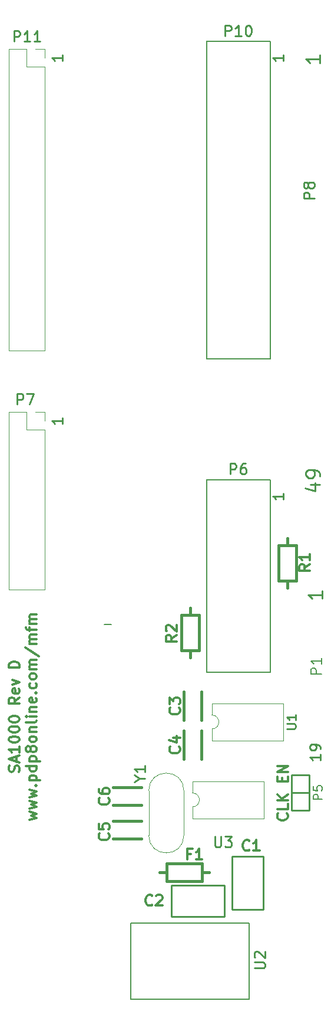
<source format=gto>
G04 #@! TF.FileFunction,Legend,Top*
%FSLAX46Y46*%
G04 Gerber Fmt 4.6, Leading zero omitted, Abs format (unit mm)*
G04 Created by KiCad (PCBNEW (after 2015-mar-04 BZR unknown)-product) date Sat 02 Oct 2021 11:04:02 EDT*
%MOMM*%
G01*
G04 APERTURE LIST*
%ADD10C,0.020000*%
%ADD11C,0.200000*%
%ADD12C,0.300000*%
%ADD13C,0.254000*%
%ADD14C,0.304800*%
%ADD15C,0.248920*%
%ADD16C,0.381000*%
%ADD17C,0.120000*%
%ADD18C,0.152400*%
%ADD19C,0.203200*%
G04 APERTURE END LIST*
D10*
D11*
X88646000Y-111760000D02*
X89662000Y-111760000D01*
D12*
X76362057Y-132878287D02*
X76434629Y-132660573D01*
X76434629Y-132297716D01*
X76362057Y-132152573D01*
X76289486Y-132080002D01*
X76144343Y-132007430D01*
X75999200Y-132007430D01*
X75854057Y-132080002D01*
X75781486Y-132152573D01*
X75708914Y-132297716D01*
X75636343Y-132588002D01*
X75563771Y-132733144D01*
X75491200Y-132805716D01*
X75346057Y-132878287D01*
X75200914Y-132878287D01*
X75055771Y-132805716D01*
X74983200Y-132733144D01*
X74910629Y-132588002D01*
X74910629Y-132225144D01*
X74983200Y-132007430D01*
X75999200Y-131426858D02*
X75999200Y-130701144D01*
X76434629Y-131572001D02*
X74910629Y-131064001D01*
X76434629Y-130556001D01*
X76434629Y-129249715D02*
X76434629Y-130120572D01*
X76434629Y-129685144D02*
X74910629Y-129685144D01*
X75128343Y-129830287D01*
X75273486Y-129975429D01*
X75346057Y-130120572D01*
X74910629Y-128306286D02*
X74910629Y-128161143D01*
X74983200Y-128016000D01*
X75055771Y-127943429D01*
X75200914Y-127870858D01*
X75491200Y-127798286D01*
X75854057Y-127798286D01*
X76144343Y-127870858D01*
X76289486Y-127943429D01*
X76362057Y-128016000D01*
X76434629Y-128161143D01*
X76434629Y-128306286D01*
X76362057Y-128451429D01*
X76289486Y-128524000D01*
X76144343Y-128596572D01*
X75854057Y-128669143D01*
X75491200Y-128669143D01*
X75200914Y-128596572D01*
X75055771Y-128524000D01*
X74983200Y-128451429D01*
X74910629Y-128306286D01*
X74910629Y-126854857D02*
X74910629Y-126709714D01*
X74983200Y-126564571D01*
X75055771Y-126492000D01*
X75200914Y-126419429D01*
X75491200Y-126346857D01*
X75854057Y-126346857D01*
X76144343Y-126419429D01*
X76289486Y-126492000D01*
X76362057Y-126564571D01*
X76434629Y-126709714D01*
X76434629Y-126854857D01*
X76362057Y-127000000D01*
X76289486Y-127072571D01*
X76144343Y-127145143D01*
X75854057Y-127217714D01*
X75491200Y-127217714D01*
X75200914Y-127145143D01*
X75055771Y-127072571D01*
X74983200Y-127000000D01*
X74910629Y-126854857D01*
X74910629Y-125403428D02*
X74910629Y-125258285D01*
X74983200Y-125113142D01*
X75055771Y-125040571D01*
X75200914Y-124968000D01*
X75491200Y-124895428D01*
X75854057Y-124895428D01*
X76144343Y-124968000D01*
X76289486Y-125040571D01*
X76362057Y-125113142D01*
X76434629Y-125258285D01*
X76434629Y-125403428D01*
X76362057Y-125548571D01*
X76289486Y-125621142D01*
X76144343Y-125693714D01*
X75854057Y-125766285D01*
X75491200Y-125766285D01*
X75200914Y-125693714D01*
X75055771Y-125621142D01*
X74983200Y-125548571D01*
X74910629Y-125403428D01*
X76434629Y-122210285D02*
X75708914Y-122718285D01*
X76434629Y-123081142D02*
X74910629Y-123081142D01*
X74910629Y-122500570D01*
X74983200Y-122355428D01*
X75055771Y-122282856D01*
X75200914Y-122210285D01*
X75418629Y-122210285D01*
X75563771Y-122282856D01*
X75636343Y-122355428D01*
X75708914Y-122500570D01*
X75708914Y-123081142D01*
X76362057Y-120976570D02*
X76434629Y-121121713D01*
X76434629Y-121411999D01*
X76362057Y-121557142D01*
X76216914Y-121629713D01*
X75636343Y-121629713D01*
X75491200Y-121557142D01*
X75418629Y-121411999D01*
X75418629Y-121121713D01*
X75491200Y-120976570D01*
X75636343Y-120903999D01*
X75781486Y-120903999D01*
X75926629Y-121629713D01*
X75418629Y-120395999D02*
X76434629Y-120033142D01*
X75418629Y-119670284D01*
X76434629Y-117928570D02*
X74910629Y-117928570D01*
X74910629Y-117565713D01*
X74983200Y-117347998D01*
X75128343Y-117202856D01*
X75273486Y-117130284D01*
X75563771Y-117057713D01*
X75781486Y-117057713D01*
X76071771Y-117130284D01*
X76216914Y-117202856D01*
X76362057Y-117347998D01*
X76434629Y-117565713D01*
X76434629Y-117928570D01*
X77852229Y-139772570D02*
X78868229Y-139482284D01*
X78142514Y-139191998D01*
X78868229Y-138901713D01*
X77852229Y-138611427D01*
X77852229Y-138175999D02*
X78868229Y-137885713D01*
X78142514Y-137595427D01*
X78868229Y-137305142D01*
X77852229Y-137014856D01*
X77852229Y-136579428D02*
X78868229Y-136289142D01*
X78142514Y-135998856D01*
X78868229Y-135708571D01*
X77852229Y-135418285D01*
X78723086Y-134837714D02*
X78795657Y-134765142D01*
X78868229Y-134837714D01*
X78795657Y-134910285D01*
X78723086Y-134837714D01*
X78868229Y-134837714D01*
X77852229Y-134112000D02*
X79376229Y-134112000D01*
X77924800Y-134112000D02*
X77852229Y-133966857D01*
X77852229Y-133676571D01*
X77924800Y-133531428D01*
X77997371Y-133458857D01*
X78142514Y-133386286D01*
X78577943Y-133386286D01*
X78723086Y-133458857D01*
X78795657Y-133531428D01*
X78868229Y-133676571D01*
X78868229Y-133966857D01*
X78795657Y-134112000D01*
X78868229Y-132080000D02*
X77344229Y-132080000D01*
X78795657Y-132080000D02*
X78868229Y-132225143D01*
X78868229Y-132515429D01*
X78795657Y-132660571D01*
X78723086Y-132733143D01*
X78577943Y-132805714D01*
X78142514Y-132805714D01*
X77997371Y-132733143D01*
X77924800Y-132660571D01*
X77852229Y-132515429D01*
X77852229Y-132225143D01*
X77924800Y-132080000D01*
X77852229Y-131354286D02*
X79376229Y-131354286D01*
X77924800Y-131354286D02*
X77852229Y-131209143D01*
X77852229Y-130918857D01*
X77924800Y-130773714D01*
X77997371Y-130701143D01*
X78142514Y-130628572D01*
X78577943Y-130628572D01*
X78723086Y-130701143D01*
X78795657Y-130773714D01*
X78868229Y-130918857D01*
X78868229Y-131209143D01*
X78795657Y-131354286D01*
X77997371Y-129757715D02*
X77924800Y-129902857D01*
X77852229Y-129975429D01*
X77707086Y-130048000D01*
X77634514Y-130048000D01*
X77489371Y-129975429D01*
X77416800Y-129902857D01*
X77344229Y-129757715D01*
X77344229Y-129467429D01*
X77416800Y-129322286D01*
X77489371Y-129249715D01*
X77634514Y-129177143D01*
X77707086Y-129177143D01*
X77852229Y-129249715D01*
X77924800Y-129322286D01*
X77997371Y-129467429D01*
X77997371Y-129757715D01*
X78069943Y-129902857D01*
X78142514Y-129975429D01*
X78287657Y-130048000D01*
X78577943Y-130048000D01*
X78723086Y-129975429D01*
X78795657Y-129902857D01*
X78868229Y-129757715D01*
X78868229Y-129467429D01*
X78795657Y-129322286D01*
X78723086Y-129249715D01*
X78577943Y-129177143D01*
X78287657Y-129177143D01*
X78142514Y-129249715D01*
X78069943Y-129322286D01*
X77997371Y-129467429D01*
X78868229Y-128306286D02*
X78795657Y-128451428D01*
X78723086Y-128524000D01*
X78577943Y-128596571D01*
X78142514Y-128596571D01*
X77997371Y-128524000D01*
X77924800Y-128451428D01*
X77852229Y-128306286D01*
X77852229Y-128088571D01*
X77924800Y-127943428D01*
X77997371Y-127870857D01*
X78142514Y-127798286D01*
X78577943Y-127798286D01*
X78723086Y-127870857D01*
X78795657Y-127943428D01*
X78868229Y-128088571D01*
X78868229Y-128306286D01*
X77852229Y-127145143D02*
X78868229Y-127145143D01*
X77997371Y-127145143D02*
X77924800Y-127072571D01*
X77852229Y-126927429D01*
X77852229Y-126709714D01*
X77924800Y-126564571D01*
X78069943Y-126492000D01*
X78868229Y-126492000D01*
X78868229Y-125548572D02*
X78795657Y-125693714D01*
X78650514Y-125766286D01*
X77344229Y-125766286D01*
X78868229Y-124968000D02*
X77852229Y-124968000D01*
X77344229Y-124968000D02*
X77416800Y-125040571D01*
X77489371Y-124968000D01*
X77416800Y-124895428D01*
X77344229Y-124968000D01*
X77489371Y-124968000D01*
X77852229Y-124242286D02*
X78868229Y-124242286D01*
X77997371Y-124242286D02*
X77924800Y-124169714D01*
X77852229Y-124024572D01*
X77852229Y-123806857D01*
X77924800Y-123661714D01*
X78069943Y-123589143D01*
X78868229Y-123589143D01*
X78795657Y-122282857D02*
X78868229Y-122428000D01*
X78868229Y-122718286D01*
X78795657Y-122863429D01*
X78650514Y-122936000D01*
X78069943Y-122936000D01*
X77924800Y-122863429D01*
X77852229Y-122718286D01*
X77852229Y-122428000D01*
X77924800Y-122282857D01*
X78069943Y-122210286D01*
X78215086Y-122210286D01*
X78360229Y-122936000D01*
X78723086Y-121557143D02*
X78795657Y-121484571D01*
X78868229Y-121557143D01*
X78795657Y-121629714D01*
X78723086Y-121557143D01*
X78868229Y-121557143D01*
X78795657Y-120178286D02*
X78868229Y-120323429D01*
X78868229Y-120613715D01*
X78795657Y-120758857D01*
X78723086Y-120831429D01*
X78577943Y-120904000D01*
X78142514Y-120904000D01*
X77997371Y-120831429D01*
X77924800Y-120758857D01*
X77852229Y-120613715D01*
X77852229Y-120323429D01*
X77924800Y-120178286D01*
X78868229Y-119307429D02*
X78795657Y-119452571D01*
X78723086Y-119525143D01*
X78577943Y-119597714D01*
X78142514Y-119597714D01*
X77997371Y-119525143D01*
X77924800Y-119452571D01*
X77852229Y-119307429D01*
X77852229Y-119089714D01*
X77924800Y-118944571D01*
X77997371Y-118872000D01*
X78142514Y-118799429D01*
X78577943Y-118799429D01*
X78723086Y-118872000D01*
X78795657Y-118944571D01*
X78868229Y-119089714D01*
X78868229Y-119307429D01*
X78868229Y-118146286D02*
X77852229Y-118146286D01*
X77997371Y-118146286D02*
X77924800Y-118073714D01*
X77852229Y-117928572D01*
X77852229Y-117710857D01*
X77924800Y-117565714D01*
X78069943Y-117493143D01*
X78868229Y-117493143D01*
X78069943Y-117493143D02*
X77924800Y-117420572D01*
X77852229Y-117275429D01*
X77852229Y-117057714D01*
X77924800Y-116912572D01*
X78069943Y-116840000D01*
X78868229Y-116840000D01*
X77271657Y-115025714D02*
X79231086Y-116332000D01*
X78868229Y-114517715D02*
X77852229Y-114517715D01*
X77997371Y-114517715D02*
X77924800Y-114445143D01*
X77852229Y-114300001D01*
X77852229Y-114082286D01*
X77924800Y-113937143D01*
X78069943Y-113864572D01*
X78868229Y-113864572D01*
X78069943Y-113864572D02*
X77924800Y-113792001D01*
X77852229Y-113646858D01*
X77852229Y-113429143D01*
X77924800Y-113284001D01*
X78069943Y-113211429D01*
X78868229Y-113211429D01*
X77852229Y-112703429D02*
X77852229Y-112122858D01*
X78868229Y-112485715D02*
X77561943Y-112485715D01*
X77416800Y-112413143D01*
X77344229Y-112268001D01*
X77344229Y-112122858D01*
X78868229Y-111614858D02*
X77852229Y-111614858D01*
X77997371Y-111614858D02*
X77924800Y-111542286D01*
X77852229Y-111397144D01*
X77852229Y-111179429D01*
X77924800Y-111034286D01*
X78069943Y-110961715D01*
X78868229Y-110961715D01*
X78069943Y-110961715D02*
X77924800Y-110889144D01*
X77852229Y-110744001D01*
X77852229Y-110526286D01*
X77924800Y-110381144D01*
X78069943Y-110308572D01*
X78868229Y-110308572D01*
D13*
X82604429Y-82114571D02*
X82604429Y-82985428D01*
X82604429Y-82550000D02*
X81080429Y-82550000D01*
X81298143Y-82695143D01*
X81443286Y-82840285D01*
X81515857Y-82985428D01*
X82604429Y-30044571D02*
X82604429Y-30915428D01*
X82604429Y-30480000D02*
X81080429Y-30480000D01*
X81298143Y-30625143D01*
X81443286Y-30770285D01*
X81515857Y-30915428D01*
X114354429Y-30044571D02*
X114354429Y-30915428D01*
X114354429Y-30480000D02*
X112830429Y-30480000D01*
X113048143Y-30625143D01*
X113193286Y-30770285D01*
X113265857Y-30915428D01*
X114354429Y-92909571D02*
X114354429Y-93780428D01*
X114354429Y-93345000D02*
X112830429Y-93345000D01*
X113048143Y-93490143D01*
X113193286Y-93635285D01*
X113265857Y-93780428D01*
D14*
X114844286Y-138865428D02*
X114916857Y-138937999D01*
X114989429Y-139155713D01*
X114989429Y-139300856D01*
X114916857Y-139518571D01*
X114771714Y-139663713D01*
X114626571Y-139736285D01*
X114336286Y-139808856D01*
X114118571Y-139808856D01*
X113828286Y-139736285D01*
X113683143Y-139663713D01*
X113538000Y-139518571D01*
X113465429Y-139300856D01*
X113465429Y-139155713D01*
X113538000Y-138937999D01*
X113610571Y-138865428D01*
X114989429Y-137486571D02*
X114989429Y-138212285D01*
X113465429Y-138212285D01*
X114989429Y-136978571D02*
X113465429Y-136978571D01*
X114989429Y-136107714D02*
X114118571Y-136760857D01*
X113465429Y-136107714D02*
X114336286Y-136978571D01*
X114191143Y-134293428D02*
X114191143Y-133785428D01*
X114989429Y-133567714D02*
X114989429Y-134293428D01*
X113465429Y-134293428D01*
X113465429Y-133567714D01*
X114989429Y-132914571D02*
X113465429Y-132914571D01*
X114989429Y-132043714D01*
X113465429Y-132043714D01*
D15*
X105918000Y-153619200D02*
X105918000Y-149148800D01*
X98298000Y-153619200D02*
X98298000Y-149148800D01*
D13*
X98298000Y-149148800D02*
X105918000Y-149148800D01*
X105918000Y-153619200D02*
X98298000Y-153619200D01*
D15*
X111455200Y-145034000D02*
X106984800Y-145034000D01*
X111455200Y-152654000D02*
X106984800Y-152654000D01*
D13*
X106984800Y-152654000D02*
X106984800Y-145034000D01*
X111455200Y-145034000D02*
X111455200Y-152654000D01*
D16*
X100076000Y-121412000D02*
X100076000Y-125476000D01*
X102616000Y-125476000D02*
X102616000Y-121412000D01*
D17*
X80070000Y-106740000D02*
X74870000Y-106740000D01*
X80070000Y-83820000D02*
X80070000Y-106740000D01*
X74870000Y-81220000D02*
X74870000Y-106740000D01*
X80070000Y-83820000D02*
X77470000Y-83820000D01*
X77470000Y-83820000D02*
X77470000Y-81220000D01*
X77470000Y-81220000D02*
X74870000Y-81220000D01*
X80070000Y-82550000D02*
X80070000Y-81220000D01*
X80070000Y-81220000D02*
X78740000Y-81220000D01*
X80070000Y-72450000D02*
X74870000Y-72450000D01*
X80070000Y-31750000D02*
X80070000Y-72450000D01*
X74870000Y-29150000D02*
X74870000Y-72450000D01*
X80070000Y-31750000D02*
X77470000Y-31750000D01*
X77470000Y-31750000D02*
X77470000Y-29150000D01*
X77470000Y-29150000D02*
X74870000Y-29150000D01*
X80070000Y-30480000D02*
X80070000Y-29150000D01*
X80070000Y-29150000D02*
X78740000Y-29150000D01*
X104080000Y-124730000D02*
G75*
G02X104080000Y-126730000I0J-1000000D01*
G01*
X104080000Y-126730000D02*
X104080000Y-128380000D01*
X104080000Y-128380000D02*
X114360000Y-128380000D01*
X114360000Y-128380000D02*
X114360000Y-123080000D01*
X114360000Y-123080000D02*
X104080000Y-123080000D01*
X104080000Y-123080000D02*
X104080000Y-124730000D01*
D16*
X114935000Y-100408740D02*
X114935000Y-99392740D01*
X114935000Y-105488740D02*
X114935000Y-106504740D01*
X116205000Y-100408740D02*
X116205000Y-105488740D01*
X116205000Y-105488740D02*
X113665000Y-105488740D01*
X113665000Y-105488740D02*
X113665000Y-100408740D01*
X113665000Y-100408740D02*
X116205000Y-100408740D01*
X100965000Y-115491260D02*
X100965000Y-116507260D01*
X100965000Y-110411260D02*
X100965000Y-109395260D01*
X99695000Y-115491260D02*
X99695000Y-110411260D01*
X99695000Y-110411260D02*
X102235000Y-110411260D01*
X102235000Y-110411260D02*
X102235000Y-115491260D01*
X102235000Y-115491260D02*
X99695000Y-115491260D01*
X97614740Y-147320000D02*
X96598740Y-147320000D01*
X102694740Y-147320000D02*
X103710740Y-147320000D01*
X97614740Y-146050000D02*
X102694740Y-146050000D01*
X102694740Y-146050000D02*
X102694740Y-148590000D01*
X102694740Y-148590000D02*
X97614740Y-148590000D01*
X97614740Y-148590000D02*
X97614740Y-146050000D01*
X102616000Y-131064000D02*
X102616000Y-127000000D01*
X100076000Y-127000000D02*
X100076000Y-131064000D01*
X93980000Y-139954000D02*
X89916000Y-139954000D01*
X89916000Y-142494000D02*
X93980000Y-142494000D01*
X93980000Y-135128000D02*
X89916000Y-135128000D01*
X89916000Y-137668000D02*
X93980000Y-137668000D01*
D17*
X101286000Y-135906000D02*
G75*
G02X101286000Y-137906000I0J-1000000D01*
G01*
X101286000Y-137906000D02*
X101286000Y-139556000D01*
X101286000Y-139556000D02*
X111566000Y-139556000D01*
X111566000Y-139556000D02*
X111566000Y-134256000D01*
X111566000Y-134256000D02*
X101286000Y-134256000D01*
X101286000Y-134256000D02*
X101286000Y-135906000D01*
D13*
X115570000Y-135890000D02*
X118110000Y-135890000D01*
X115570000Y-138430000D02*
X118110000Y-138430000D01*
X118110000Y-138430000D02*
X118110000Y-135890000D01*
X118110000Y-135890000D02*
X118110000Y-133350000D01*
X118110000Y-133350000D02*
X115570000Y-133350000D01*
X115570000Y-133350000D02*
X115570000Y-138430000D01*
D18*
X111912400Y-90957400D02*
X112522000Y-90957400D01*
X112522000Y-90957400D02*
X112522000Y-91109800D01*
X104546400Y-90957400D02*
X103428800Y-90957400D01*
X103327200Y-118592600D02*
X104394000Y-118592600D01*
X112166400Y-118592600D02*
X112471200Y-118592600D01*
X112471200Y-118592600D02*
X112471200Y-118541800D01*
X112522000Y-91109800D02*
X112522000Y-118592600D01*
X103378000Y-118592600D02*
X103378000Y-90906600D01*
X112166400Y-118592600D02*
X104394000Y-118592600D01*
X111963200Y-90957400D02*
X104546400Y-90957400D01*
X104546400Y-90957400D02*
X104597200Y-90957400D01*
X111912400Y-28092400D02*
X112522000Y-28092400D01*
X112522000Y-28092400D02*
X112522000Y-28244800D01*
X104546400Y-28092400D02*
X103428800Y-28092400D01*
X103378000Y-73609200D02*
X104444800Y-73609200D01*
X112217200Y-73609200D02*
X112522000Y-73609200D01*
X112522000Y-73609200D02*
X112522000Y-73558400D01*
X112522000Y-28244800D02*
X112522000Y-73609200D01*
X103378000Y-73609200D02*
X103378000Y-28041600D01*
X112217200Y-73609200D02*
X104444800Y-73609200D01*
X111963200Y-28092400D02*
X104546400Y-28092400D01*
X104546400Y-28092400D02*
X104597200Y-28092400D01*
X92456000Y-165481000D02*
X93726000Y-165481000D01*
X92456000Y-154559000D02*
X93726000Y-154559000D01*
X109474000Y-154559000D02*
X109474000Y-165481000D01*
X109474000Y-165481000D02*
X93726000Y-165481000D01*
X92456000Y-165481000D02*
X92456000Y-154559000D01*
X93726000Y-154559000D02*
X109474000Y-154559000D01*
D17*
X95011000Y-141984000D02*
X95011000Y-135584000D01*
X100061000Y-141984000D02*
X100061000Y-135584000D01*
X100061000Y-141984000D02*
G75*
G02X95011000Y-141984000I-2525000J0D01*
G01*
X100061000Y-135584000D02*
G75*
G03X95011000Y-135584000I-2525000J0D01*
G01*
D19*
X119815429Y-118878857D02*
X118291429Y-118878857D01*
X118291429Y-118298285D01*
X118364000Y-118153143D01*
X118436571Y-118080571D01*
X118581714Y-118008000D01*
X118799429Y-118008000D01*
X118944571Y-118080571D01*
X119017143Y-118153143D01*
X119089714Y-118298285D01*
X119089714Y-118878857D01*
X119815429Y-116556571D02*
X119815429Y-117427428D01*
X119815429Y-116992000D02*
X118291429Y-116992000D01*
X118509143Y-117137143D01*
X118654286Y-117282285D01*
X118726857Y-117427428D01*
D13*
X119688429Y-130363286D02*
X119688429Y-131234143D01*
X119688429Y-130798715D02*
X118164429Y-130798715D01*
X118382143Y-130943858D01*
X118527286Y-131089000D01*
X118599857Y-131234143D01*
X119688429Y-129637571D02*
X119688429Y-129347286D01*
X119615857Y-129202143D01*
X119543286Y-129129571D01*
X119325571Y-128984429D01*
X119035286Y-128911857D01*
X118454714Y-128911857D01*
X118309571Y-128984429D01*
X118237000Y-129057000D01*
X118164429Y-129202143D01*
X118164429Y-129492429D01*
X118237000Y-129637571D01*
X118309571Y-129710143D01*
X118454714Y-129782714D01*
X118817571Y-129782714D01*
X118962714Y-129710143D01*
X119035286Y-129637571D01*
X119107857Y-129492429D01*
X119107857Y-129202143D01*
X119035286Y-129057000D01*
X118962714Y-128984429D01*
X118817571Y-128911857D01*
X119918238Y-106886429D02*
X119918238Y-108047571D01*
X119918238Y-107467000D02*
X117886238Y-107467000D01*
X118176524Y-107660524D01*
X118370048Y-107854048D01*
X118466810Y-108047571D01*
X118799429Y-50604057D02*
X117275429Y-50604057D01*
X117275429Y-50023485D01*
X117348000Y-49878343D01*
X117420571Y-49805771D01*
X117565714Y-49733200D01*
X117783429Y-49733200D01*
X117928571Y-49805771D01*
X118001143Y-49878343D01*
X118073714Y-50023485D01*
X118073714Y-50604057D01*
X117928571Y-48862343D02*
X117856000Y-49007485D01*
X117783429Y-49080057D01*
X117638286Y-49152628D01*
X117565714Y-49152628D01*
X117420571Y-49080057D01*
X117348000Y-49007485D01*
X117275429Y-48862343D01*
X117275429Y-48572057D01*
X117348000Y-48426914D01*
X117420571Y-48354343D01*
X117565714Y-48281771D01*
X117638286Y-48281771D01*
X117783429Y-48354343D01*
X117856000Y-48426914D01*
X117928571Y-48572057D01*
X117928571Y-48862343D01*
X118001143Y-49007485D01*
X118073714Y-49080057D01*
X118218857Y-49152628D01*
X118509143Y-49152628D01*
X118654286Y-49080057D01*
X118726857Y-49007485D01*
X118799429Y-48862343D01*
X118799429Y-48572057D01*
X118726857Y-48426914D01*
X118654286Y-48354343D01*
X118509143Y-48281771D01*
X118218857Y-48281771D01*
X118073714Y-48354343D01*
X118001143Y-48426914D01*
X117928571Y-48572057D01*
X118284171Y-91664971D02*
X119638838Y-91664971D01*
X117510076Y-92148781D02*
X118961505Y-92632590D01*
X118961505Y-91374686D01*
X119638838Y-90503829D02*
X119638838Y-90116781D01*
X119542076Y-89923257D01*
X119445314Y-89826495D01*
X119155029Y-89632971D01*
X118767981Y-89536210D01*
X117993886Y-89536210D01*
X117800362Y-89632971D01*
X117703600Y-89729733D01*
X117606838Y-89923257D01*
X117606838Y-90310305D01*
X117703600Y-90503829D01*
X117800362Y-90600590D01*
X117993886Y-90697352D01*
X118477695Y-90697352D01*
X118671219Y-90600590D01*
X118767981Y-90503829D01*
X118864743Y-90310305D01*
X118864743Y-89923257D01*
X118767981Y-89729733D01*
X118671219Y-89632971D01*
X118477695Y-89536210D01*
X119588038Y-30051829D02*
X119588038Y-31212971D01*
X119588038Y-30632400D02*
X117556038Y-30632400D01*
X117846324Y-30825924D01*
X118039848Y-31019448D01*
X118136610Y-31212971D01*
D14*
X109474000Y-144054286D02*
X109401429Y-144126857D01*
X109183715Y-144199429D01*
X109038572Y-144199429D01*
X108820857Y-144126857D01*
X108675715Y-143981714D01*
X108603143Y-143836571D01*
X108530572Y-143546286D01*
X108530572Y-143328571D01*
X108603143Y-143038286D01*
X108675715Y-142893143D01*
X108820857Y-142748000D01*
X109038572Y-142675429D01*
X109183715Y-142675429D01*
X109401429Y-142748000D01*
X109474000Y-142820571D01*
X110925429Y-144199429D02*
X110054572Y-144199429D01*
X110490000Y-144199429D02*
X110490000Y-142675429D01*
X110344857Y-142893143D01*
X110199715Y-143038286D01*
X110054572Y-143110857D01*
X95504000Y-151928286D02*
X95431429Y-152000857D01*
X95213715Y-152073429D01*
X95068572Y-152073429D01*
X94850857Y-152000857D01*
X94705715Y-151855714D01*
X94633143Y-151710571D01*
X94560572Y-151420286D01*
X94560572Y-151202571D01*
X94633143Y-150912286D01*
X94705715Y-150767143D01*
X94850857Y-150622000D01*
X95068572Y-150549429D01*
X95213715Y-150549429D01*
X95431429Y-150622000D01*
X95504000Y-150694571D01*
X96084572Y-150694571D02*
X96157143Y-150622000D01*
X96302286Y-150549429D01*
X96665143Y-150549429D01*
X96810286Y-150622000D01*
X96882857Y-150694571D01*
X96955429Y-150839714D01*
X96955429Y-150984857D01*
X96882857Y-151202571D01*
X96012000Y-152073429D01*
X96955429Y-152073429D01*
X99350286Y-123698000D02*
X99422857Y-123770571D01*
X99495429Y-123988285D01*
X99495429Y-124133428D01*
X99422857Y-124351143D01*
X99277714Y-124496285D01*
X99132571Y-124568857D01*
X98842286Y-124641428D01*
X98624571Y-124641428D01*
X98334286Y-124568857D01*
X98189143Y-124496285D01*
X98044000Y-124351143D01*
X97971429Y-124133428D01*
X97971429Y-123988285D01*
X98044000Y-123770571D01*
X98116571Y-123698000D01*
X97971429Y-123190000D02*
X97971429Y-122246571D01*
X98552000Y-122754571D01*
X98552000Y-122536857D01*
X98624571Y-122391714D01*
X98697143Y-122319143D01*
X98842286Y-122246571D01*
X99205143Y-122246571D01*
X99350286Y-122319143D01*
X99422857Y-122391714D01*
X99495429Y-122536857D01*
X99495429Y-122972285D01*
X99422857Y-123117428D01*
X99350286Y-123190000D01*
D13*
X76091143Y-80191429D02*
X76091143Y-78667429D01*
X76671715Y-78667429D01*
X76816857Y-78740000D01*
X76889429Y-78812571D01*
X76962000Y-78957714D01*
X76962000Y-79175429D01*
X76889429Y-79320571D01*
X76816857Y-79393143D01*
X76671715Y-79465714D01*
X76091143Y-79465714D01*
X77470000Y-78667429D02*
X78486000Y-78667429D01*
X77832857Y-80191429D01*
X75619428Y-28121429D02*
X75619428Y-26597429D01*
X76200000Y-26597429D01*
X76345142Y-26670000D01*
X76417714Y-26742571D01*
X76490285Y-26887714D01*
X76490285Y-27105429D01*
X76417714Y-27250571D01*
X76345142Y-27323143D01*
X76200000Y-27395714D01*
X75619428Y-27395714D01*
X77941714Y-28121429D02*
X77070857Y-28121429D01*
X77506285Y-28121429D02*
X77506285Y-26597429D01*
X77361142Y-26815143D01*
X77216000Y-26960286D01*
X77070857Y-27032857D01*
X79393143Y-28121429D02*
X78522286Y-28121429D01*
X78957714Y-28121429D02*
X78957714Y-26597429D01*
X78812571Y-26815143D01*
X78667429Y-26960286D01*
X78522286Y-27032857D01*
X114874524Y-126697619D02*
X115902619Y-126697619D01*
X116023571Y-126637143D01*
X116084048Y-126576667D01*
X116144524Y-126455714D01*
X116144524Y-126213810D01*
X116084048Y-126092857D01*
X116023571Y-126032381D01*
X115902619Y-125971905D01*
X114874524Y-125971905D01*
X116144524Y-124701905D02*
X116144524Y-125427619D01*
X116144524Y-125064762D02*
X114874524Y-125064762D01*
X115055952Y-125185714D01*
X115176905Y-125306667D01*
X115237381Y-125427619D01*
D14*
X118164429Y-103124000D02*
X117438714Y-103632000D01*
X118164429Y-103994857D02*
X116640429Y-103994857D01*
X116640429Y-103414285D01*
X116713000Y-103269143D01*
X116785571Y-103196571D01*
X116930714Y-103124000D01*
X117148429Y-103124000D01*
X117293571Y-103196571D01*
X117366143Y-103269143D01*
X117438714Y-103414285D01*
X117438714Y-103994857D01*
X118164429Y-101672571D02*
X118164429Y-102543428D01*
X118164429Y-102108000D02*
X116640429Y-102108000D01*
X116858143Y-102253143D01*
X117003286Y-102398285D01*
X117075857Y-102543428D01*
X98987429Y-113284000D02*
X98261714Y-113792000D01*
X98987429Y-114154857D02*
X97463429Y-114154857D01*
X97463429Y-113574285D01*
X97536000Y-113429143D01*
X97608571Y-113356571D01*
X97753714Y-113284000D01*
X97971429Y-113284000D01*
X98116571Y-113356571D01*
X98189143Y-113429143D01*
X98261714Y-113574285D01*
X98261714Y-114154857D01*
X97608571Y-112703428D02*
X97536000Y-112630857D01*
X97463429Y-112485714D01*
X97463429Y-112122857D01*
X97536000Y-111977714D01*
X97608571Y-111905143D01*
X97753714Y-111832571D01*
X97898857Y-111832571D01*
X98116571Y-111905143D01*
X98987429Y-112776000D01*
X98987429Y-111832571D01*
X101092000Y-144671143D02*
X100584000Y-144671143D01*
X100584000Y-145469429D02*
X100584000Y-143945429D01*
X101309714Y-143945429D01*
X102688572Y-145469429D02*
X101817715Y-145469429D01*
X102253143Y-145469429D02*
X102253143Y-143945429D01*
X102108000Y-144163143D01*
X101962858Y-144308286D01*
X101817715Y-144380857D01*
X99350286Y-129286000D02*
X99422857Y-129358571D01*
X99495429Y-129576285D01*
X99495429Y-129721428D01*
X99422857Y-129939143D01*
X99277714Y-130084285D01*
X99132571Y-130156857D01*
X98842286Y-130229428D01*
X98624571Y-130229428D01*
X98334286Y-130156857D01*
X98189143Y-130084285D01*
X98044000Y-129939143D01*
X97971429Y-129721428D01*
X97971429Y-129576285D01*
X98044000Y-129358571D01*
X98116571Y-129286000D01*
X98479429Y-127979714D02*
X99495429Y-127979714D01*
X97898857Y-128342571D02*
X98987429Y-128705428D01*
X98987429Y-127762000D01*
X89190286Y-141732000D02*
X89262857Y-141804571D01*
X89335429Y-142022285D01*
X89335429Y-142167428D01*
X89262857Y-142385143D01*
X89117714Y-142530285D01*
X88972571Y-142602857D01*
X88682286Y-142675428D01*
X88464571Y-142675428D01*
X88174286Y-142602857D01*
X88029143Y-142530285D01*
X87884000Y-142385143D01*
X87811429Y-142167428D01*
X87811429Y-142022285D01*
X87884000Y-141804571D01*
X87956571Y-141732000D01*
X87811429Y-140353143D02*
X87811429Y-141078857D01*
X88537143Y-141151428D01*
X88464571Y-141078857D01*
X88392000Y-140933714D01*
X88392000Y-140570857D01*
X88464571Y-140425714D01*
X88537143Y-140353143D01*
X88682286Y-140280571D01*
X89045143Y-140280571D01*
X89190286Y-140353143D01*
X89262857Y-140425714D01*
X89335429Y-140570857D01*
X89335429Y-140933714D01*
X89262857Y-141078857D01*
X89190286Y-141151428D01*
X89190286Y-136652000D02*
X89262857Y-136724571D01*
X89335429Y-136942285D01*
X89335429Y-137087428D01*
X89262857Y-137305143D01*
X89117714Y-137450285D01*
X88972571Y-137522857D01*
X88682286Y-137595428D01*
X88464571Y-137595428D01*
X88174286Y-137522857D01*
X88029143Y-137450285D01*
X87884000Y-137305143D01*
X87811429Y-137087428D01*
X87811429Y-136942285D01*
X87884000Y-136724571D01*
X87956571Y-136652000D01*
X87811429Y-135345714D02*
X87811429Y-135636000D01*
X87884000Y-135781143D01*
X87956571Y-135853714D01*
X88174286Y-135998857D01*
X88464571Y-136071428D01*
X89045143Y-136071428D01*
X89190286Y-135998857D01*
X89262857Y-135926285D01*
X89335429Y-135781143D01*
X89335429Y-135490857D01*
X89262857Y-135345714D01*
X89190286Y-135273143D01*
X89045143Y-135200571D01*
X88682286Y-135200571D01*
X88537143Y-135273143D01*
X88464571Y-135345714D01*
X88392000Y-135490857D01*
X88392000Y-135781143D01*
X88464571Y-135926285D01*
X88537143Y-135998857D01*
X88682286Y-136071428D01*
D13*
X104502857Y-142167429D02*
X104502857Y-143401143D01*
X104575429Y-143546286D01*
X104648000Y-143618857D01*
X104793143Y-143691429D01*
X105083429Y-143691429D01*
X105228571Y-143618857D01*
X105301143Y-143546286D01*
X105373714Y-143401143D01*
X105373714Y-142167429D01*
X105954285Y-142167429D02*
X106897714Y-142167429D01*
X106389714Y-142748000D01*
X106607428Y-142748000D01*
X106752571Y-142820571D01*
X106825142Y-142893143D01*
X106897714Y-143038286D01*
X106897714Y-143401143D01*
X106825142Y-143546286D01*
X106752571Y-143618857D01*
X106607428Y-143691429D01*
X106172000Y-143691429D01*
X106026857Y-143618857D01*
X105954285Y-143546286D01*
D19*
X119954524Y-136827381D02*
X118684524Y-136827381D01*
X118684524Y-136343572D01*
X118745000Y-136222619D01*
X118805476Y-136162143D01*
X118926429Y-136101667D01*
X119107857Y-136101667D01*
X119228810Y-136162143D01*
X119289286Y-136222619D01*
X119349762Y-136343572D01*
X119349762Y-136827381D01*
X118684524Y-134952619D02*
X118684524Y-135557381D01*
X119289286Y-135617857D01*
X119228810Y-135557381D01*
X119168333Y-135436429D01*
X119168333Y-135134048D01*
X119228810Y-135013095D01*
X119289286Y-134952619D01*
X119410238Y-134892143D01*
X119712619Y-134892143D01*
X119833571Y-134952619D01*
X119894048Y-135013095D01*
X119954524Y-135134048D01*
X119954524Y-135436429D01*
X119894048Y-135557381D01*
X119833571Y-135617857D01*
D13*
X106723543Y-90173629D02*
X106723543Y-88649629D01*
X107304115Y-88649629D01*
X107449257Y-88722200D01*
X107521829Y-88794771D01*
X107594400Y-88939914D01*
X107594400Y-89157629D01*
X107521829Y-89302771D01*
X107449257Y-89375343D01*
X107304115Y-89447914D01*
X106723543Y-89447914D01*
X108900686Y-88649629D02*
X108610400Y-88649629D01*
X108465257Y-88722200D01*
X108392686Y-88794771D01*
X108247543Y-89012486D01*
X108174972Y-89302771D01*
X108174972Y-89883343D01*
X108247543Y-90028486D01*
X108320115Y-90101057D01*
X108465257Y-90173629D01*
X108755543Y-90173629D01*
X108900686Y-90101057D01*
X108973257Y-90028486D01*
X109045829Y-89883343D01*
X109045829Y-89520486D01*
X108973257Y-89375343D01*
X108900686Y-89302771D01*
X108755543Y-89230200D01*
X108465257Y-89230200D01*
X108320115Y-89302771D01*
X108247543Y-89375343D01*
X108174972Y-89520486D01*
X105997828Y-27308629D02*
X105997828Y-25784629D01*
X106578400Y-25784629D01*
X106723542Y-25857200D01*
X106796114Y-25929771D01*
X106868685Y-26074914D01*
X106868685Y-26292629D01*
X106796114Y-26437771D01*
X106723542Y-26510343D01*
X106578400Y-26582914D01*
X105997828Y-26582914D01*
X108320114Y-27308629D02*
X107449257Y-27308629D01*
X107884685Y-27308629D02*
X107884685Y-25784629D01*
X107739542Y-26002343D01*
X107594400Y-26147486D01*
X107449257Y-26220057D01*
X109263543Y-25784629D02*
X109408686Y-25784629D01*
X109553829Y-25857200D01*
X109626400Y-25929771D01*
X109698971Y-26074914D01*
X109771543Y-26365200D01*
X109771543Y-26728057D01*
X109698971Y-27018343D01*
X109626400Y-27163486D01*
X109553829Y-27236057D01*
X109408686Y-27308629D01*
X109263543Y-27308629D01*
X109118400Y-27236057D01*
X109045829Y-27163486D01*
X108973257Y-27018343D01*
X108900686Y-26728057D01*
X108900686Y-26365200D01*
X108973257Y-26074914D01*
X109045829Y-25929771D01*
X109118400Y-25857200D01*
X109263543Y-25784629D01*
X110163429Y-161054143D02*
X111397143Y-161054143D01*
X111542286Y-160981571D01*
X111614857Y-160909000D01*
X111687429Y-160763857D01*
X111687429Y-160473571D01*
X111614857Y-160328429D01*
X111542286Y-160255857D01*
X111397143Y-160183286D01*
X110163429Y-160183286D01*
X110308571Y-159530143D02*
X110236000Y-159457572D01*
X110163429Y-159312429D01*
X110163429Y-158949572D01*
X110236000Y-158804429D01*
X110308571Y-158731858D01*
X110453714Y-158659286D01*
X110598857Y-158659286D01*
X110816571Y-158731858D01*
X111687429Y-159602715D01*
X111687429Y-158659286D01*
X93689714Y-133821714D02*
X94415429Y-133821714D01*
X92891429Y-134329714D02*
X93689714Y-133821714D01*
X92891429Y-133313714D01*
X94415429Y-132007428D02*
X94415429Y-132878285D01*
X94415429Y-132442857D02*
X92891429Y-132442857D01*
X93109143Y-132588000D01*
X93254286Y-132733142D01*
X93326857Y-132878285D01*
M02*

</source>
